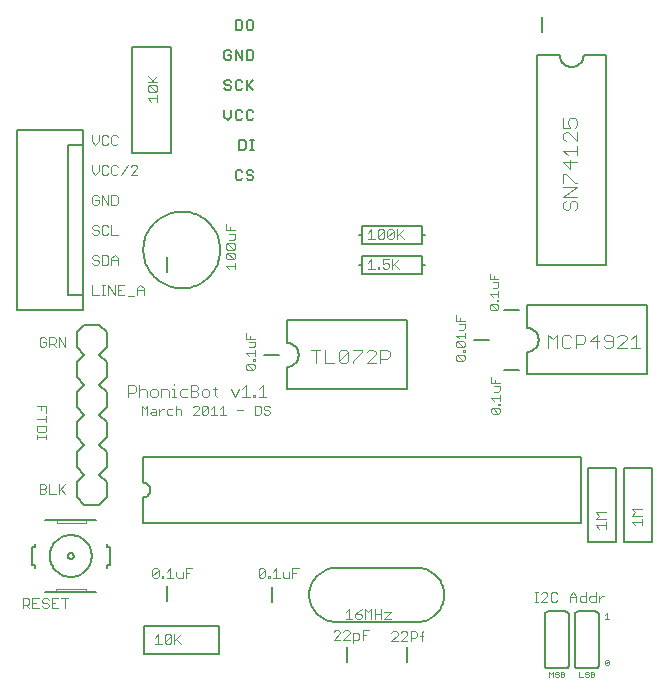
<source format=gto>
G75*
G70*
%OFA0B0*%
%FSLAX24Y24*%
%IPPOS*%
%LPD*%
%AMOC8*
5,1,8,0,0,1.08239X$1,22.5*
%
%ADD10C,0.0030*%
%ADD11C,0.0020*%
%ADD12C,0.0060*%
%ADD13C,0.0080*%
%ADD14C,0.0040*%
%ADD15C,0.0050*%
D10*
X001359Y003220D02*
X001359Y003540D01*
X001519Y003540D01*
X001572Y003487D01*
X001572Y003380D01*
X001519Y003327D01*
X001359Y003327D01*
X001466Y003327D02*
X001572Y003220D01*
X001681Y003220D02*
X001895Y003220D01*
X002003Y003273D02*
X002057Y003220D01*
X002163Y003220D01*
X002217Y003273D01*
X002217Y003327D01*
X002163Y003380D01*
X002057Y003380D01*
X002003Y003434D01*
X002003Y003487D01*
X002057Y003540D01*
X002163Y003540D01*
X002217Y003487D01*
X002326Y003540D02*
X002326Y003220D01*
X002539Y003220D01*
X002432Y003380D02*
X002326Y003380D01*
X002326Y003540D02*
X002539Y003540D01*
X002648Y003540D02*
X002861Y003540D01*
X002754Y003540D02*
X002754Y003220D01*
X001895Y003540D02*
X001681Y003540D01*
X001681Y003220D01*
X001681Y003380D02*
X001788Y003380D01*
X001920Y007020D02*
X002080Y007020D01*
X002134Y007073D01*
X002134Y007127D01*
X002080Y007180D01*
X001920Y007180D01*
X001920Y007020D02*
X001920Y007340D01*
X002080Y007340D01*
X002134Y007287D01*
X002134Y007234D01*
X002080Y007180D01*
X002242Y007340D02*
X002242Y007020D01*
X002456Y007020D01*
X002565Y007020D02*
X002565Y007340D01*
X002618Y007180D02*
X002778Y007020D01*
X002565Y007127D02*
X002778Y007340D01*
X002140Y008867D02*
X002140Y008973D01*
X002140Y008920D02*
X001820Y008920D01*
X001820Y008973D02*
X001820Y008867D01*
X001873Y009082D02*
X002087Y009082D01*
X002140Y009136D01*
X002140Y009296D01*
X001820Y009296D01*
X001820Y009136D01*
X001873Y009082D01*
X002140Y009404D02*
X002140Y009618D01*
X002140Y009511D02*
X001820Y009511D01*
X001980Y009833D02*
X001980Y009940D01*
X001820Y009940D02*
X002140Y009940D01*
X002140Y009727D01*
X002080Y011920D02*
X002134Y011973D01*
X002134Y012080D01*
X002027Y012080D01*
X001920Y011973D02*
X001973Y011920D01*
X002080Y011920D01*
X002242Y011920D02*
X002242Y012240D01*
X002402Y012240D01*
X002456Y012187D01*
X002456Y012080D01*
X002402Y012027D01*
X002242Y012027D01*
X002349Y012027D02*
X002456Y011920D01*
X002565Y011920D02*
X002565Y012240D01*
X002778Y011920D01*
X002778Y012240D01*
X002134Y012187D02*
X002080Y012240D01*
X001973Y012240D01*
X001920Y012187D01*
X001920Y011973D01*
X003670Y013670D02*
X003884Y013670D01*
X003992Y013670D02*
X004099Y013670D01*
X004046Y013670D02*
X004046Y013990D01*
X004099Y013990D02*
X003992Y013990D01*
X004207Y013990D02*
X004207Y013670D01*
X004421Y013670D02*
X004207Y013990D01*
X004421Y013990D02*
X004421Y013670D01*
X004529Y013670D02*
X004743Y013670D01*
X004852Y013617D02*
X005065Y013617D01*
X005174Y013670D02*
X005174Y013884D01*
X005281Y013990D01*
X005387Y013884D01*
X005387Y013670D01*
X005387Y013830D02*
X005174Y013830D01*
X004743Y013990D02*
X004529Y013990D01*
X004529Y013670D01*
X004529Y013830D02*
X004636Y013830D01*
X004528Y014670D02*
X004528Y014884D01*
X004421Y014990D01*
X004315Y014884D01*
X004315Y014670D01*
X004206Y014723D02*
X004206Y014937D01*
X004152Y014990D01*
X003992Y014990D01*
X003992Y014670D01*
X004152Y014670D01*
X004206Y014723D01*
X004315Y014830D02*
X004528Y014830D01*
X003884Y014777D02*
X003884Y014723D01*
X003830Y014670D01*
X003723Y014670D01*
X003670Y014723D01*
X003723Y014830D02*
X003830Y014830D01*
X003884Y014777D01*
X003884Y014937D02*
X003830Y014990D01*
X003723Y014990D01*
X003670Y014937D01*
X003670Y014884D01*
X003723Y014830D01*
X003723Y015670D02*
X003670Y015723D01*
X003723Y015670D02*
X003830Y015670D01*
X003884Y015723D01*
X003884Y015777D01*
X003830Y015830D01*
X003723Y015830D01*
X003670Y015884D01*
X003670Y015937D01*
X003723Y015990D01*
X003830Y015990D01*
X003884Y015937D01*
X003992Y015937D02*
X003992Y015723D01*
X004046Y015670D01*
X004152Y015670D01*
X004206Y015723D01*
X004315Y015670D02*
X004528Y015670D01*
X004315Y015670D02*
X004315Y015990D01*
X004206Y015937D02*
X004152Y015990D01*
X004046Y015990D01*
X003992Y015937D01*
X003992Y016670D02*
X003992Y016990D01*
X004206Y016670D01*
X004206Y016990D01*
X004315Y016990D02*
X004475Y016990D01*
X004528Y016937D01*
X004528Y016723D01*
X004475Y016670D01*
X004315Y016670D01*
X004315Y016990D01*
X003884Y016937D02*
X003830Y016990D01*
X003723Y016990D01*
X003670Y016937D01*
X003670Y016723D01*
X003723Y016670D01*
X003830Y016670D01*
X003884Y016723D01*
X003884Y016830D01*
X003777Y016830D01*
X003777Y017670D02*
X003884Y017777D01*
X003884Y017990D01*
X003992Y017937D02*
X003992Y017723D01*
X004046Y017670D01*
X004152Y017670D01*
X004206Y017723D01*
X004315Y017723D02*
X004368Y017670D01*
X004475Y017670D01*
X004528Y017723D01*
X004637Y017670D02*
X004850Y017990D01*
X004959Y017937D02*
X005012Y017990D01*
X005119Y017990D01*
X005173Y017937D01*
X005173Y017884D01*
X004959Y017670D01*
X005173Y017670D01*
X004528Y017937D02*
X004475Y017990D01*
X004368Y017990D01*
X004315Y017937D01*
X004315Y017723D01*
X004206Y017937D02*
X004152Y017990D01*
X004046Y017990D01*
X003992Y017937D01*
X003670Y017990D02*
X003670Y017777D01*
X003777Y017670D01*
X003777Y018670D02*
X003884Y018777D01*
X003884Y018990D01*
X003992Y018937D02*
X003992Y018723D01*
X004046Y018670D01*
X004152Y018670D01*
X004206Y018723D01*
X004315Y018723D02*
X004368Y018670D01*
X004475Y018670D01*
X004528Y018723D01*
X004315Y018723D02*
X004315Y018937D01*
X004368Y018990D01*
X004475Y018990D01*
X004528Y018937D01*
X004206Y018937D02*
X004152Y018990D01*
X004046Y018990D01*
X003992Y018937D01*
X003670Y018990D02*
X003670Y018777D01*
X003777Y018670D01*
X005520Y020210D02*
X005840Y020210D01*
X005840Y020103D02*
X005840Y020317D01*
X005787Y020426D02*
X005840Y020479D01*
X005840Y020586D01*
X005787Y020639D01*
X005573Y020639D01*
X005787Y020426D01*
X005573Y020426D01*
X005520Y020479D01*
X005520Y020586D01*
X005573Y020639D01*
X005520Y020748D02*
X005840Y020748D01*
X005733Y020748D02*
X005520Y020961D01*
X005680Y020801D02*
X005840Y020961D01*
X005520Y020210D02*
X005627Y020103D01*
X008120Y016023D02*
X008120Y015809D01*
X008440Y015809D01*
X008440Y015700D02*
X008227Y015700D01*
X008280Y015809D02*
X008280Y015916D01*
X008440Y015700D02*
X008440Y015540D01*
X008387Y015487D01*
X008227Y015487D01*
X008173Y015378D02*
X008387Y015165D01*
X008440Y015218D01*
X008440Y015325D01*
X008387Y015378D01*
X008173Y015378D01*
X008120Y015325D01*
X008120Y015218D01*
X008173Y015165D01*
X008387Y015165D01*
X008387Y015056D02*
X008440Y015002D01*
X008440Y014896D01*
X008387Y014842D01*
X008173Y015056D01*
X008387Y015056D01*
X008387Y014842D02*
X008173Y014842D01*
X008120Y014896D01*
X008120Y015002D01*
X008173Y015056D01*
X008440Y014734D02*
X008440Y014520D01*
X008440Y014627D02*
X008120Y014627D01*
X008227Y014520D01*
X008800Y012395D02*
X008800Y012201D01*
X009090Y012201D01*
X009090Y012100D02*
X008897Y012100D01*
X008945Y012201D02*
X008945Y012298D01*
X009090Y012100D02*
X009090Y011955D01*
X009042Y011907D01*
X008897Y011907D01*
X009090Y011806D02*
X009090Y011612D01*
X009090Y011709D02*
X008800Y011709D01*
X008897Y011612D01*
X009042Y011513D02*
X009090Y011513D01*
X009090Y011465D01*
X009042Y011465D01*
X009042Y011513D01*
X009042Y011364D02*
X008848Y011364D01*
X009042Y011170D01*
X009090Y011218D01*
X009090Y011315D01*
X009042Y011364D01*
X008848Y011364D02*
X008800Y011315D01*
X008800Y011218D01*
X008848Y011170D01*
X009042Y011170D01*
X008799Y010640D02*
X008799Y010270D01*
X008676Y010270D02*
X008923Y010270D01*
X009044Y010270D02*
X009106Y010270D01*
X009106Y010332D01*
X009044Y010332D01*
X009044Y010270D01*
X009228Y010270D02*
X009475Y010270D01*
X009352Y010270D02*
X009352Y010640D01*
X009228Y010517D01*
X008799Y010640D02*
X008676Y010517D01*
X008554Y010517D02*
X008431Y010270D01*
X008308Y010517D01*
X007817Y010517D02*
X007694Y010517D01*
X007755Y010579D02*
X007755Y010332D01*
X007817Y010270D01*
X007572Y010332D02*
X007572Y010455D01*
X007511Y010517D01*
X007387Y010517D01*
X007325Y010455D01*
X007325Y010332D01*
X007387Y010270D01*
X007511Y010270D01*
X007572Y010332D01*
X007479Y009960D02*
X007527Y009912D01*
X007334Y009718D01*
X007382Y009670D01*
X007479Y009670D01*
X007527Y009718D01*
X007527Y009912D01*
X007479Y009960D02*
X007382Y009960D01*
X007334Y009912D01*
X007334Y009718D01*
X007232Y009670D02*
X007039Y009670D01*
X007232Y009864D01*
X007232Y009912D01*
X007184Y009960D01*
X007087Y009960D01*
X007039Y009912D01*
X006957Y010270D02*
X007142Y010270D01*
X007204Y010332D01*
X007204Y010394D01*
X007142Y010455D01*
X006957Y010455D01*
X006836Y010517D02*
X006651Y010517D01*
X006589Y010455D01*
X006589Y010332D01*
X006651Y010270D01*
X006836Y010270D01*
X006957Y010270D02*
X006957Y010640D01*
X007142Y010640D01*
X007204Y010579D01*
X007204Y010517D01*
X007142Y010455D01*
X007725Y009960D02*
X007725Y009670D01*
X007628Y009670D02*
X007822Y009670D01*
X007923Y009670D02*
X008116Y009670D01*
X008020Y009670D02*
X008020Y009960D01*
X007923Y009864D01*
X007725Y009960D02*
X007628Y009864D01*
X008512Y009815D02*
X008706Y009815D01*
X009101Y009670D02*
X009246Y009670D01*
X009295Y009718D01*
X009295Y009912D01*
X009246Y009960D01*
X009101Y009960D01*
X009101Y009670D01*
X009396Y009718D02*
X009444Y009670D01*
X009541Y009670D01*
X009589Y009718D01*
X009589Y009767D01*
X009541Y009815D01*
X009444Y009815D01*
X009396Y009864D01*
X009396Y009912D01*
X009444Y009960D01*
X009541Y009960D01*
X009589Y009912D01*
X006643Y009815D02*
X006643Y009670D01*
X006643Y009815D02*
X006595Y009864D01*
X006498Y009864D01*
X006450Y009815D01*
X006348Y009864D02*
X006203Y009864D01*
X006155Y009815D01*
X006155Y009718D01*
X006203Y009670D01*
X006348Y009670D01*
X006450Y009670D02*
X006450Y009960D01*
X006467Y010270D02*
X006343Y010270D01*
X006405Y010270D02*
X006405Y010517D01*
X006343Y010517D01*
X006222Y010455D02*
X006222Y010270D01*
X006222Y010455D02*
X006160Y010517D01*
X005975Y010517D01*
X005975Y010270D01*
X005854Y010332D02*
X005854Y010455D01*
X005792Y010517D01*
X005668Y010517D01*
X005607Y010455D01*
X005607Y010332D01*
X005668Y010270D01*
X005792Y010270D01*
X005854Y010332D01*
X005909Y009864D02*
X005909Y009670D01*
X005909Y009767D02*
X006006Y009864D01*
X006055Y009864D01*
X005808Y009815D02*
X005808Y009670D01*
X005663Y009670D01*
X005615Y009718D01*
X005663Y009767D01*
X005808Y009767D01*
X005808Y009815D02*
X005760Y009864D01*
X005663Y009864D01*
X005514Y009960D02*
X005514Y009670D01*
X005320Y009670D02*
X005320Y009960D01*
X005417Y009864D01*
X005514Y009960D01*
X005485Y010270D02*
X005485Y010455D01*
X005424Y010517D01*
X005300Y010517D01*
X005238Y010455D01*
X005117Y010455D02*
X005055Y010394D01*
X004870Y010394D01*
X004870Y010270D02*
X004870Y010640D01*
X005055Y010640D01*
X005117Y010579D01*
X005117Y010455D01*
X005238Y010640D02*
X005238Y010270D01*
X006405Y010640D02*
X006405Y010702D01*
X003670Y013670D02*
X003670Y013990D01*
X005723Y004540D02*
X005830Y004540D01*
X005884Y004487D01*
X005670Y004273D01*
X005723Y004220D01*
X005830Y004220D01*
X005884Y004273D01*
X005884Y004487D01*
X005723Y004540D02*
X005670Y004487D01*
X005670Y004273D01*
X005992Y004273D02*
X006046Y004273D01*
X006046Y004220D01*
X005992Y004220D01*
X005992Y004273D01*
X006153Y004220D02*
X006367Y004220D01*
X006260Y004220D02*
X006260Y004540D01*
X006153Y004434D01*
X006476Y004434D02*
X006476Y004273D01*
X006529Y004220D01*
X006689Y004220D01*
X006689Y004434D01*
X006798Y004380D02*
X006905Y004380D01*
X006798Y004220D02*
X006798Y004540D01*
X007011Y004540D01*
X006628Y002340D02*
X006415Y002127D01*
X006468Y002180D02*
X006628Y002020D01*
X006415Y002020D02*
X006415Y002340D01*
X006306Y002287D02*
X006092Y002073D01*
X006146Y002020D01*
X006252Y002020D01*
X006306Y002073D01*
X006306Y002287D01*
X006252Y002340D01*
X006146Y002340D01*
X006092Y002287D01*
X006092Y002073D01*
X005984Y002020D02*
X005770Y002020D01*
X005877Y002020D02*
X005877Y002340D01*
X005770Y002234D01*
X009220Y004273D02*
X009434Y004487D01*
X009434Y004273D01*
X009380Y004220D01*
X009273Y004220D01*
X009220Y004273D01*
X009220Y004487D01*
X009273Y004540D01*
X009380Y004540D01*
X009434Y004487D01*
X009542Y004273D02*
X009596Y004273D01*
X009596Y004220D01*
X009542Y004220D01*
X009542Y004273D01*
X009703Y004220D02*
X009917Y004220D01*
X009810Y004220D02*
X009810Y004540D01*
X009703Y004434D01*
X010026Y004434D02*
X010026Y004273D01*
X010079Y004220D01*
X010239Y004220D01*
X010239Y004434D01*
X010348Y004380D02*
X010455Y004380D01*
X010348Y004220D02*
X010348Y004540D01*
X010561Y004540D01*
X012120Y003084D02*
X012227Y003190D01*
X012227Y002870D01*
X012120Y002870D02*
X012334Y002870D01*
X012442Y002923D02*
X012496Y002870D01*
X012602Y002870D01*
X012656Y002923D01*
X012656Y002977D01*
X012602Y003030D01*
X012442Y003030D01*
X012442Y002923D01*
X012442Y003030D02*
X012549Y003137D01*
X012656Y003190D01*
X012765Y003190D02*
X012871Y003084D01*
X012978Y003190D01*
X012978Y002870D01*
X013087Y002870D02*
X013087Y003190D01*
X013087Y003030D02*
X013300Y003030D01*
X013409Y003084D02*
X013623Y003084D01*
X013409Y002870D01*
X013623Y002870D01*
X013300Y002870D02*
X013300Y003190D01*
X012765Y003190D02*
X012765Y002870D01*
X012687Y002490D02*
X012900Y002490D01*
X012794Y002330D02*
X012687Y002330D01*
X012578Y002330D02*
X012525Y002384D01*
X012365Y002384D01*
X012365Y002063D01*
X012365Y002170D02*
X012525Y002170D01*
X012578Y002223D01*
X012578Y002330D01*
X012687Y002170D02*
X012687Y002490D01*
X012256Y002437D02*
X012202Y002490D01*
X012096Y002490D01*
X012042Y002437D01*
X011934Y002437D02*
X011880Y002490D01*
X011773Y002490D01*
X011720Y002437D01*
X011934Y002437D02*
X011934Y002384D01*
X011720Y002170D01*
X011934Y002170D01*
X012042Y002170D02*
X012256Y002384D01*
X012256Y002437D01*
X012256Y002170D02*
X012042Y002170D01*
X013638Y002120D02*
X013852Y002334D01*
X013852Y002387D01*
X013799Y002440D01*
X013692Y002440D01*
X013638Y002387D01*
X013638Y002120D02*
X013852Y002120D01*
X013961Y002120D02*
X014174Y002334D01*
X014174Y002387D01*
X014121Y002440D01*
X014014Y002440D01*
X013961Y002387D01*
X013961Y002120D02*
X014174Y002120D01*
X014283Y002120D02*
X014283Y002440D01*
X014443Y002440D01*
X014496Y002387D01*
X014496Y002280D01*
X014443Y002227D01*
X014283Y002227D01*
X014605Y002280D02*
X014712Y002280D01*
X014659Y002387D02*
X014659Y002120D01*
X014659Y002387D02*
X014712Y002440D01*
X018420Y003420D02*
X018527Y003420D01*
X018473Y003420D02*
X018473Y003740D01*
X018420Y003740D02*
X018527Y003740D01*
X018635Y003687D02*
X018688Y003740D01*
X018795Y003740D01*
X018848Y003687D01*
X018848Y003634D01*
X018635Y003420D01*
X018848Y003420D01*
X018957Y003473D02*
X019011Y003420D01*
X019117Y003420D01*
X019171Y003473D01*
X018957Y003473D02*
X018957Y003687D01*
X019011Y003740D01*
X019117Y003740D01*
X019171Y003687D01*
X019602Y003634D02*
X019602Y003420D01*
X019602Y003580D02*
X019815Y003580D01*
X019815Y003634D02*
X019815Y003420D01*
X019924Y003473D02*
X019924Y003580D01*
X019977Y003634D01*
X020137Y003634D01*
X020137Y003740D02*
X020137Y003420D01*
X019977Y003420D01*
X019924Y003473D01*
X019815Y003634D02*
X019708Y003740D01*
X019602Y003634D01*
X020246Y003580D02*
X020300Y003634D01*
X020460Y003634D01*
X020460Y003740D02*
X020460Y003420D01*
X020300Y003420D01*
X020246Y003473D01*
X020246Y003580D01*
X020568Y003527D02*
X020675Y003634D01*
X020729Y003634D01*
X020568Y003634D02*
X020568Y003420D01*
X020577Y005870D02*
X020470Y005977D01*
X020790Y005977D01*
X020790Y005870D02*
X020790Y006084D01*
X020790Y006192D02*
X020470Y006192D01*
X020577Y006299D01*
X020470Y006406D01*
X020790Y006406D01*
X021670Y006511D02*
X021777Y006405D01*
X021670Y006298D01*
X021990Y006298D01*
X021990Y006189D02*
X021990Y005976D01*
X021990Y006082D02*
X021670Y006082D01*
X021777Y005976D01*
X021670Y006511D02*
X021990Y006511D01*
X017260Y009743D02*
X017212Y009694D01*
X017018Y009888D01*
X017212Y009888D01*
X017260Y009839D01*
X017260Y009743D01*
X017212Y009694D02*
X017018Y009694D01*
X016970Y009743D01*
X016970Y009839D01*
X017018Y009888D01*
X017212Y009989D02*
X017212Y010037D01*
X017260Y010037D01*
X017260Y009989D01*
X017212Y009989D01*
X017260Y010136D02*
X017260Y010330D01*
X017260Y010233D02*
X016970Y010233D01*
X017067Y010136D01*
X017067Y010431D02*
X017212Y010431D01*
X017260Y010479D01*
X017260Y010624D01*
X017067Y010624D01*
X017115Y010725D02*
X017115Y010822D01*
X016970Y010725D02*
X016970Y010919D01*
X016970Y010725D02*
X017260Y010725D01*
X016090Y011518D02*
X016042Y011470D01*
X015848Y011664D01*
X016042Y011664D01*
X016090Y011615D01*
X016090Y011518D01*
X016042Y011470D02*
X015848Y011470D01*
X015800Y011518D01*
X015800Y011615D01*
X015848Y011664D01*
X016042Y011765D02*
X016042Y011813D01*
X016090Y011813D01*
X016090Y011765D01*
X016042Y011765D01*
X016042Y011912D02*
X015848Y012106D01*
X016042Y012106D01*
X016090Y012057D01*
X016090Y011960D01*
X016042Y011912D01*
X015848Y011912D01*
X015800Y011960D01*
X015800Y012057D01*
X015848Y012106D01*
X015897Y012207D02*
X015800Y012303D01*
X016090Y012303D01*
X016090Y012207D02*
X016090Y012400D01*
X016042Y012501D02*
X016090Y012550D01*
X016090Y012695D01*
X015897Y012695D01*
X015945Y012796D02*
X015945Y012893D01*
X015800Y012989D02*
X015800Y012796D01*
X016090Y012796D01*
X016042Y012501D02*
X015897Y012501D01*
X016920Y013193D02*
X016920Y013289D01*
X016968Y013338D01*
X017162Y013144D01*
X017210Y013193D01*
X017210Y013289D01*
X017162Y013338D01*
X016968Y013338D01*
X016920Y013193D02*
X016968Y013144D01*
X017162Y013144D01*
X017162Y013439D02*
X017162Y013487D01*
X017210Y013487D01*
X017210Y013439D01*
X017162Y013439D01*
X017210Y013586D02*
X017210Y013780D01*
X017210Y013683D02*
X016920Y013683D01*
X017017Y013586D01*
X017017Y013881D02*
X017162Y013881D01*
X017210Y013929D01*
X017210Y014074D01*
X017017Y014074D01*
X017065Y014175D02*
X017065Y014272D01*
X016920Y014175D02*
X016920Y014369D01*
X016920Y014175D02*
X017210Y014175D01*
X013889Y014520D02*
X013729Y014680D01*
X013676Y014627D02*
X013889Y014840D01*
X013676Y014840D02*
X013676Y014520D01*
X013567Y014573D02*
X013514Y014520D01*
X013407Y014520D01*
X013353Y014573D01*
X013353Y014680D02*
X013460Y014734D01*
X013514Y014734D01*
X013567Y014680D01*
X013567Y014573D01*
X013353Y014680D02*
X013353Y014840D01*
X013567Y014840D01*
X013246Y014573D02*
X013246Y014520D01*
X013192Y014520D01*
X013192Y014573D01*
X013246Y014573D01*
X013084Y014520D02*
X012870Y014520D01*
X012977Y014520D02*
X012977Y014840D01*
X012870Y014734D01*
X012870Y015520D02*
X013084Y015520D01*
X012977Y015520D02*
X012977Y015840D01*
X012870Y015734D01*
X013192Y015787D02*
X013246Y015840D01*
X013352Y015840D01*
X013406Y015787D01*
X013192Y015573D01*
X013246Y015520D01*
X013352Y015520D01*
X013406Y015573D01*
X013406Y015787D01*
X013515Y015787D02*
X013568Y015840D01*
X013675Y015840D01*
X013728Y015787D01*
X013515Y015573D01*
X013568Y015520D01*
X013675Y015520D01*
X013728Y015573D01*
X013728Y015787D01*
X013837Y015840D02*
X013837Y015520D01*
X013837Y015627D02*
X014050Y015840D01*
X013890Y015680D02*
X014050Y015520D01*
X013515Y015573D02*
X013515Y015787D01*
X013192Y015787D02*
X013192Y015573D01*
D11*
X003455Y006155D02*
X003455Y006055D01*
X002505Y006055D01*
X002505Y006155D01*
X002455Y003855D02*
X002455Y003755D01*
X002455Y003855D02*
X003455Y003855D01*
X003455Y003755D01*
X018915Y001095D02*
X018915Y000915D01*
X019035Y000915D02*
X019035Y001095D01*
X018975Y001035D01*
X018915Y001095D01*
X019099Y001065D02*
X019099Y001035D01*
X019129Y001005D01*
X019189Y001005D01*
X019219Y000975D01*
X019219Y000945D01*
X019189Y000915D01*
X019129Y000915D01*
X019099Y000945D01*
X019099Y001065D02*
X019129Y001095D01*
X019189Y001095D01*
X019219Y001065D01*
X019283Y001095D02*
X019373Y001095D01*
X019403Y001065D01*
X019403Y001035D01*
X019373Y001005D01*
X019283Y001005D01*
X019283Y000915D02*
X019373Y000915D01*
X019403Y000945D01*
X019403Y000975D01*
X019373Y001005D01*
X019283Y000915D02*
X019283Y001095D01*
X019915Y001095D02*
X019915Y000915D01*
X020035Y000915D01*
X020099Y000945D02*
X020129Y000915D01*
X020189Y000915D01*
X020219Y000945D01*
X020219Y000975D01*
X020189Y001005D01*
X020129Y001005D01*
X020099Y001035D01*
X020099Y001065D01*
X020129Y001095D01*
X020189Y001095D01*
X020219Y001065D01*
X020283Y001095D02*
X020373Y001095D01*
X020403Y001065D01*
X020403Y001035D01*
X020373Y001005D01*
X020283Y001005D01*
X020283Y000915D02*
X020373Y000915D01*
X020403Y000945D01*
X020403Y000975D01*
X020373Y001005D01*
X020283Y000915D02*
X020283Y001095D01*
X020765Y001345D02*
X020885Y001465D01*
X020885Y001345D01*
X020855Y001315D01*
X020795Y001315D01*
X020765Y001345D01*
X020765Y001465D01*
X020795Y001495D01*
X020855Y001495D01*
X020885Y001465D01*
X020885Y002865D02*
X020765Y002865D01*
X020825Y002865D02*
X020825Y003045D01*
X020765Y002985D01*
D12*
X020555Y003005D02*
X020555Y001305D01*
X020553Y001288D01*
X020549Y001271D01*
X020542Y001255D01*
X020532Y001241D01*
X020519Y001228D01*
X020505Y001218D01*
X020489Y001211D01*
X020472Y001207D01*
X020455Y001205D01*
X019855Y001205D01*
X019838Y001207D01*
X019821Y001211D01*
X019805Y001218D01*
X019791Y001228D01*
X019778Y001241D01*
X019768Y001255D01*
X019761Y001271D01*
X019757Y001288D01*
X019755Y001305D01*
X019755Y003005D01*
X019757Y003022D01*
X019761Y003039D01*
X019768Y003055D01*
X019778Y003069D01*
X019791Y003082D01*
X019805Y003092D01*
X019821Y003099D01*
X019838Y003103D01*
X019855Y003105D01*
X020455Y003105D01*
X020472Y003103D01*
X020489Y003099D01*
X020505Y003092D01*
X020519Y003082D01*
X020532Y003069D01*
X020542Y003055D01*
X020549Y003039D01*
X020553Y003022D01*
X020555Y003005D01*
X019555Y003005D02*
X019555Y001305D01*
X019553Y001288D01*
X019549Y001271D01*
X019542Y001255D01*
X019532Y001241D01*
X019519Y001228D01*
X019505Y001218D01*
X019489Y001211D01*
X019472Y001207D01*
X019455Y001205D01*
X018855Y001205D01*
X018838Y001207D01*
X018821Y001211D01*
X018805Y001218D01*
X018791Y001228D01*
X018778Y001241D01*
X018768Y001255D01*
X018761Y001271D01*
X018757Y001288D01*
X018755Y001305D01*
X018755Y003005D01*
X018757Y003022D01*
X018761Y003039D01*
X018768Y003055D01*
X018778Y003069D01*
X018791Y003082D01*
X018805Y003092D01*
X018821Y003099D01*
X018838Y003103D01*
X018855Y003105D01*
X019455Y003105D01*
X019472Y003103D01*
X019489Y003099D01*
X019505Y003092D01*
X019519Y003082D01*
X019532Y003069D01*
X019542Y003055D01*
X019549Y003039D01*
X019553Y003022D01*
X019555Y003005D01*
X019955Y006055D02*
X019955Y008255D01*
X005355Y008255D01*
X005355Y007405D01*
X005385Y007403D01*
X005415Y007398D01*
X005444Y007389D01*
X005471Y007376D01*
X005497Y007361D01*
X005521Y007342D01*
X005542Y007321D01*
X005561Y007297D01*
X005576Y007271D01*
X005589Y007244D01*
X005598Y007215D01*
X005603Y007185D01*
X005605Y007155D01*
X005603Y007125D01*
X005598Y007095D01*
X005589Y007066D01*
X005576Y007039D01*
X005561Y007013D01*
X005542Y006989D01*
X005521Y006968D01*
X005497Y006949D01*
X005471Y006934D01*
X005444Y006921D01*
X005415Y006912D01*
X005385Y006907D01*
X005355Y006905D01*
X005355Y006055D01*
X019955Y006055D01*
X018155Y011005D02*
X018155Y011755D01*
X018194Y011757D01*
X018233Y011763D01*
X018271Y011772D01*
X018308Y011785D01*
X018344Y011802D01*
X018377Y011822D01*
X018409Y011846D01*
X018438Y011872D01*
X018464Y011901D01*
X018488Y011933D01*
X018508Y011966D01*
X018525Y012002D01*
X018538Y012039D01*
X018547Y012077D01*
X018553Y012116D01*
X018555Y012155D01*
X018553Y012194D01*
X018547Y012233D01*
X018538Y012271D01*
X018525Y012308D01*
X018508Y012344D01*
X018488Y012377D01*
X018464Y012409D01*
X018438Y012438D01*
X018409Y012464D01*
X018377Y012488D01*
X018344Y012508D01*
X018308Y012525D01*
X018271Y012538D01*
X018233Y012547D01*
X018194Y012553D01*
X018155Y012555D01*
X018155Y013305D01*
X022155Y013305D01*
X022155Y011005D01*
X018155Y011005D01*
X018505Y014655D02*
X020805Y014655D01*
X020805Y021655D01*
X020055Y021655D01*
X020053Y021616D01*
X020047Y021577D01*
X020038Y021539D01*
X020025Y021502D01*
X020008Y021466D01*
X019988Y021433D01*
X019964Y021401D01*
X019938Y021372D01*
X019909Y021346D01*
X019877Y021322D01*
X019844Y021302D01*
X019808Y021285D01*
X019771Y021272D01*
X019733Y021263D01*
X019694Y021257D01*
X019655Y021255D01*
X019616Y021257D01*
X019577Y021263D01*
X019539Y021272D01*
X019502Y021285D01*
X019466Y021302D01*
X019433Y021322D01*
X019401Y021346D01*
X019372Y021372D01*
X019346Y021401D01*
X019322Y021433D01*
X019302Y021466D01*
X019285Y021502D01*
X019272Y021539D01*
X019263Y021577D01*
X019257Y021616D01*
X019255Y021655D01*
X018505Y021655D01*
X018505Y014655D01*
X014155Y012805D02*
X014155Y010505D01*
X010155Y010505D01*
X010155Y011255D01*
X010194Y011257D01*
X010233Y011263D01*
X010271Y011272D01*
X010308Y011285D01*
X010344Y011302D01*
X010377Y011322D01*
X010409Y011346D01*
X010438Y011372D01*
X010464Y011401D01*
X010488Y011433D01*
X010508Y011466D01*
X010525Y011502D01*
X010538Y011539D01*
X010547Y011577D01*
X010553Y011616D01*
X010555Y011655D01*
X010553Y011694D01*
X010547Y011733D01*
X010538Y011771D01*
X010525Y011808D01*
X010508Y011844D01*
X010488Y011877D01*
X010464Y011909D01*
X010438Y011938D01*
X010409Y011964D01*
X010377Y011988D01*
X010344Y012008D01*
X010308Y012025D01*
X010271Y012038D01*
X010233Y012047D01*
X010194Y012053D01*
X010155Y012055D01*
X010155Y012805D01*
X014155Y012805D01*
X009044Y017542D02*
X008987Y017485D01*
X008874Y017485D01*
X008817Y017542D01*
X008874Y017655D02*
X008987Y017655D01*
X009044Y017599D01*
X009044Y017542D01*
X008874Y017655D02*
X008817Y017712D01*
X008817Y017769D01*
X008874Y017825D01*
X008987Y017825D01*
X009044Y017769D01*
X008675Y017769D02*
X008619Y017825D01*
X008505Y017825D01*
X008449Y017769D01*
X008449Y017542D01*
X008505Y017485D01*
X008619Y017485D01*
X008675Y017542D01*
X008741Y018485D02*
X008798Y018542D01*
X008798Y018769D01*
X008741Y018825D01*
X008571Y018825D01*
X008571Y018485D01*
X008741Y018485D01*
X008940Y018485D02*
X009053Y018485D01*
X008996Y018485D02*
X008996Y018825D01*
X008940Y018825D02*
X009053Y018825D01*
X008987Y019485D02*
X009044Y019542D01*
X008987Y019485D02*
X008874Y019485D01*
X008817Y019542D01*
X008817Y019769D01*
X008874Y019825D01*
X008987Y019825D01*
X009044Y019769D01*
X008675Y019769D02*
X008619Y019825D01*
X008505Y019825D01*
X008449Y019769D01*
X008449Y019542D01*
X008505Y019485D01*
X008619Y019485D01*
X008675Y019542D01*
X008307Y019599D02*
X008307Y019825D01*
X008307Y019599D02*
X008194Y019485D01*
X008080Y019599D01*
X008080Y019825D01*
X008137Y020485D02*
X008080Y020542D01*
X008137Y020485D02*
X008250Y020485D01*
X008307Y020542D01*
X008307Y020599D01*
X008250Y020655D01*
X008137Y020655D01*
X008080Y020712D01*
X008080Y020769D01*
X008137Y020825D01*
X008250Y020825D01*
X008307Y020769D01*
X008449Y020769D02*
X008449Y020542D01*
X008505Y020485D01*
X008619Y020485D01*
X008675Y020542D01*
X008817Y020599D02*
X009044Y020825D01*
X008817Y020825D02*
X008817Y020485D01*
X008874Y020655D02*
X009044Y020485D01*
X008675Y020769D02*
X008619Y020825D01*
X008505Y020825D01*
X008449Y020769D01*
X008449Y021485D02*
X008449Y021825D01*
X008675Y021485D01*
X008675Y021825D01*
X008817Y021825D02*
X008987Y021825D01*
X009044Y021769D01*
X009044Y021542D01*
X008987Y021485D01*
X008817Y021485D01*
X008817Y021825D01*
X008307Y021769D02*
X008250Y021825D01*
X008137Y021825D01*
X008080Y021769D01*
X008080Y021542D01*
X008137Y021485D01*
X008250Y021485D01*
X008307Y021542D01*
X008307Y021655D01*
X008194Y021655D01*
X008449Y022485D02*
X008619Y022485D01*
X008675Y022542D01*
X008675Y022769D01*
X008619Y022825D01*
X008449Y022825D01*
X008449Y022485D01*
X008817Y022542D02*
X008874Y022485D01*
X008987Y022485D01*
X009044Y022542D01*
X009044Y022769D01*
X008987Y022825D01*
X008874Y022825D01*
X008817Y022769D01*
X008817Y022542D01*
X003805Y006155D02*
X003455Y006155D01*
X002505Y006155D01*
X002105Y006155D01*
X001755Y005355D02*
X001755Y005255D01*
X001655Y005255D01*
X001655Y004655D01*
X001755Y004655D01*
X001755Y004555D01*
X002105Y003755D02*
X002455Y003755D01*
X003455Y003755D01*
X003805Y003755D01*
X004155Y004555D02*
X004155Y004655D01*
X004255Y004655D01*
X004255Y005255D01*
X004155Y005255D01*
X004155Y005355D01*
X002855Y004955D02*
X002857Y004975D01*
X002863Y004993D01*
X002872Y005011D01*
X002884Y005026D01*
X002899Y005038D01*
X002917Y005047D01*
X002935Y005053D01*
X002955Y005055D01*
X002975Y005053D01*
X002993Y005047D01*
X003011Y005038D01*
X003026Y005026D01*
X003038Y005011D01*
X003047Y004993D01*
X003053Y004975D01*
X003055Y004955D01*
X003053Y004935D01*
X003047Y004917D01*
X003038Y004899D01*
X003026Y004884D01*
X003011Y004872D01*
X002993Y004863D01*
X002975Y004857D01*
X002955Y004855D01*
X002935Y004857D01*
X002917Y004863D01*
X002899Y004872D01*
X002884Y004884D01*
X002872Y004899D01*
X002863Y004917D01*
X002857Y004935D01*
X002855Y004955D01*
X002255Y004955D02*
X002257Y005007D01*
X002263Y005059D01*
X002273Y005111D01*
X002286Y005161D01*
X002303Y005211D01*
X002324Y005259D01*
X002349Y005305D01*
X002377Y005349D01*
X002408Y005391D01*
X002442Y005431D01*
X002479Y005468D01*
X002519Y005502D01*
X002561Y005533D01*
X002605Y005561D01*
X002651Y005586D01*
X002699Y005607D01*
X002749Y005624D01*
X002799Y005637D01*
X002851Y005647D01*
X002903Y005653D01*
X002955Y005655D01*
X003007Y005653D01*
X003059Y005647D01*
X003111Y005637D01*
X003161Y005624D01*
X003211Y005607D01*
X003259Y005586D01*
X003305Y005561D01*
X003349Y005533D01*
X003391Y005502D01*
X003431Y005468D01*
X003468Y005431D01*
X003502Y005391D01*
X003533Y005349D01*
X003561Y005305D01*
X003586Y005259D01*
X003607Y005211D01*
X003624Y005161D01*
X003637Y005111D01*
X003647Y005059D01*
X003653Y005007D01*
X003655Y004955D01*
X003653Y004903D01*
X003647Y004851D01*
X003637Y004799D01*
X003624Y004749D01*
X003607Y004699D01*
X003586Y004651D01*
X003561Y004605D01*
X003533Y004561D01*
X003502Y004519D01*
X003468Y004479D01*
X003431Y004442D01*
X003391Y004408D01*
X003349Y004377D01*
X003305Y004349D01*
X003259Y004324D01*
X003211Y004303D01*
X003161Y004286D01*
X003111Y004273D01*
X003059Y004263D01*
X003007Y004257D01*
X002955Y004255D01*
X002903Y004257D01*
X002851Y004263D01*
X002799Y004273D01*
X002749Y004286D01*
X002699Y004303D01*
X002651Y004324D01*
X002605Y004349D01*
X002561Y004377D01*
X002519Y004408D01*
X002479Y004442D01*
X002442Y004479D01*
X002408Y004519D01*
X002377Y004561D01*
X002349Y004605D01*
X002324Y004651D01*
X002303Y004699D01*
X002286Y004749D01*
X002273Y004799D01*
X002263Y004851D01*
X002257Y004903D01*
X002255Y004955D01*
D13*
X003405Y006655D02*
X003905Y006655D01*
X004155Y006905D01*
X004155Y007405D01*
X003905Y007655D01*
X004155Y007905D01*
X004155Y008405D01*
X003905Y008655D01*
X004155Y008905D01*
X004155Y009405D01*
X003905Y009655D01*
X004155Y009905D01*
X004155Y010405D01*
X003905Y010655D01*
X004155Y010905D01*
X004155Y011405D01*
X003905Y011655D01*
X004155Y011905D01*
X004155Y012405D01*
X003905Y012655D01*
X003405Y012655D01*
X003155Y012405D01*
X003155Y011905D01*
X003405Y011655D01*
X003155Y011405D01*
X003155Y010905D01*
X003405Y010655D01*
X003155Y010405D01*
X003155Y009905D01*
X003405Y009655D01*
X003155Y009405D01*
X003155Y008905D01*
X003405Y008655D01*
X003155Y008405D01*
X003155Y007905D01*
X003405Y007655D01*
X003155Y007405D01*
X003155Y006905D01*
X003405Y006655D01*
X006155Y003955D02*
X006155Y003455D01*
X005415Y002628D02*
X007895Y002628D01*
X007895Y001683D01*
X005415Y001683D01*
X005415Y002628D01*
X009655Y003405D02*
X009655Y003905D01*
X011805Y004555D02*
X011746Y004553D01*
X011688Y004547D01*
X011629Y004538D01*
X011572Y004524D01*
X011516Y004507D01*
X011461Y004486D01*
X011407Y004462D01*
X011355Y004434D01*
X011305Y004403D01*
X011257Y004369D01*
X011212Y004332D01*
X011169Y004291D01*
X011128Y004248D01*
X011091Y004203D01*
X011057Y004155D01*
X011026Y004105D01*
X010998Y004053D01*
X010974Y003999D01*
X010953Y003944D01*
X010936Y003888D01*
X010922Y003831D01*
X010913Y003772D01*
X010907Y003714D01*
X010905Y003655D01*
X010907Y003596D01*
X010913Y003538D01*
X010922Y003479D01*
X010936Y003422D01*
X010953Y003366D01*
X010974Y003311D01*
X010998Y003257D01*
X011026Y003205D01*
X011057Y003155D01*
X011091Y003107D01*
X011128Y003062D01*
X011169Y003019D01*
X011212Y002978D01*
X011257Y002941D01*
X011305Y002907D01*
X011355Y002876D01*
X011407Y002848D01*
X011461Y002824D01*
X011516Y002803D01*
X011572Y002786D01*
X011629Y002772D01*
X011688Y002763D01*
X011746Y002757D01*
X011805Y002755D01*
X014505Y002755D01*
X014155Y001905D02*
X014155Y001405D01*
X012155Y001405D02*
X012155Y001905D01*
X014505Y002755D02*
X014564Y002757D01*
X014622Y002763D01*
X014681Y002772D01*
X014738Y002786D01*
X014794Y002803D01*
X014849Y002824D01*
X014903Y002848D01*
X014955Y002876D01*
X015005Y002907D01*
X015053Y002941D01*
X015098Y002978D01*
X015141Y003019D01*
X015182Y003062D01*
X015219Y003107D01*
X015253Y003155D01*
X015284Y003205D01*
X015312Y003257D01*
X015336Y003311D01*
X015357Y003366D01*
X015374Y003422D01*
X015388Y003479D01*
X015397Y003538D01*
X015403Y003596D01*
X015405Y003655D01*
X015403Y003714D01*
X015397Y003772D01*
X015388Y003831D01*
X015374Y003888D01*
X015357Y003944D01*
X015336Y003999D01*
X015312Y004053D01*
X015284Y004105D01*
X015253Y004155D01*
X015219Y004203D01*
X015182Y004248D01*
X015141Y004291D01*
X015098Y004332D01*
X015053Y004369D01*
X015005Y004403D01*
X014955Y004434D01*
X014903Y004462D01*
X014849Y004486D01*
X014794Y004507D01*
X014738Y004524D01*
X014681Y004538D01*
X014622Y004547D01*
X014564Y004553D01*
X014505Y004555D01*
X011805Y004555D01*
X017405Y011155D02*
X017905Y011155D01*
X016905Y012155D02*
X016405Y012155D01*
X017405Y013155D02*
X017905Y013155D01*
X014655Y014355D02*
X012655Y014355D01*
X012655Y014655D01*
X012555Y014655D01*
X012655Y014655D02*
X012655Y014955D01*
X014655Y014955D01*
X014655Y014655D01*
X014755Y014655D01*
X014655Y014655D02*
X014655Y014355D01*
X014655Y015355D02*
X012655Y015355D01*
X012655Y015655D01*
X012555Y015655D01*
X012655Y015655D02*
X012655Y015955D01*
X014655Y015955D01*
X014655Y015655D01*
X014755Y015655D01*
X014655Y015655D02*
X014655Y015355D01*
X009905Y011655D02*
X009405Y011655D01*
X006155Y014405D02*
X006155Y014905D01*
X005375Y015155D02*
X005377Y015226D01*
X005383Y015297D01*
X005393Y015368D01*
X005407Y015437D01*
X005424Y015506D01*
X005446Y015574D01*
X005471Y015641D01*
X005500Y015706D01*
X005532Y015769D01*
X005568Y015831D01*
X005607Y015890D01*
X005650Y015947D01*
X005695Y016002D01*
X005744Y016054D01*
X005795Y016103D01*
X005849Y016149D01*
X005906Y016193D01*
X005964Y016233D01*
X006025Y016269D01*
X006088Y016303D01*
X006153Y016332D01*
X006219Y016358D01*
X006287Y016381D01*
X006355Y016399D01*
X006425Y016414D01*
X006495Y016425D01*
X006566Y016432D01*
X006637Y016435D01*
X006708Y016434D01*
X006779Y016429D01*
X006850Y016420D01*
X006920Y016407D01*
X006989Y016391D01*
X007057Y016370D01*
X007124Y016346D01*
X007190Y016318D01*
X007253Y016286D01*
X007315Y016251D01*
X007375Y016213D01*
X007433Y016171D01*
X007488Y016127D01*
X007541Y016079D01*
X007591Y016028D01*
X007638Y015975D01*
X007682Y015919D01*
X007723Y015861D01*
X007761Y015800D01*
X007795Y015738D01*
X007825Y015673D01*
X007852Y015608D01*
X007876Y015540D01*
X007895Y015472D01*
X007911Y015403D01*
X007923Y015332D01*
X007931Y015262D01*
X007935Y015191D01*
X007935Y015119D01*
X007931Y015048D01*
X007923Y014978D01*
X007911Y014907D01*
X007895Y014838D01*
X007876Y014770D01*
X007852Y014702D01*
X007825Y014637D01*
X007795Y014572D01*
X007761Y014510D01*
X007723Y014449D01*
X007682Y014391D01*
X007638Y014335D01*
X007591Y014282D01*
X007541Y014231D01*
X007488Y014183D01*
X007433Y014139D01*
X007375Y014097D01*
X007315Y014059D01*
X007253Y014024D01*
X007190Y013992D01*
X007124Y013964D01*
X007057Y013940D01*
X006989Y013919D01*
X006920Y013903D01*
X006850Y013890D01*
X006779Y013881D01*
X006708Y013876D01*
X006637Y013875D01*
X006566Y013878D01*
X006495Y013885D01*
X006425Y013896D01*
X006355Y013911D01*
X006287Y013929D01*
X006219Y013952D01*
X006153Y013978D01*
X006088Y014007D01*
X006025Y014041D01*
X005964Y014077D01*
X005906Y014117D01*
X005849Y014161D01*
X005795Y014207D01*
X005744Y014256D01*
X005695Y014308D01*
X005650Y014363D01*
X005607Y014420D01*
X005568Y014479D01*
X005532Y014541D01*
X005500Y014604D01*
X005471Y014669D01*
X005446Y014736D01*
X005424Y014804D01*
X005407Y014873D01*
X005393Y014942D01*
X005383Y015013D01*
X005377Y015084D01*
X005375Y015155D01*
X005006Y018383D02*
X005006Y021927D01*
X006305Y021927D01*
X006305Y018383D01*
X005006Y018383D01*
X018655Y022405D02*
X018655Y022905D01*
X020183Y007895D02*
X021128Y007895D01*
X021128Y005415D01*
X020183Y005415D01*
X020183Y007895D01*
X021383Y007895D02*
X021383Y005415D01*
X022328Y005415D01*
X022328Y007895D01*
X021383Y007895D01*
D14*
X021484Y011875D02*
X021177Y011875D01*
X021484Y012182D01*
X021484Y012259D01*
X021407Y012335D01*
X021254Y012335D01*
X021177Y012259D01*
X021023Y012259D02*
X021023Y011952D01*
X020947Y011875D01*
X020793Y011875D01*
X020717Y011952D01*
X020793Y012105D02*
X021023Y012105D01*
X021023Y012259D02*
X020947Y012335D01*
X020793Y012335D01*
X020717Y012259D01*
X020717Y012182D01*
X020793Y012105D01*
X020563Y012105D02*
X020256Y012105D01*
X020486Y012335D01*
X020486Y011875D01*
X020103Y012105D02*
X020103Y012259D01*
X020026Y012335D01*
X019796Y012335D01*
X019796Y011875D01*
X019796Y012029D02*
X020026Y012029D01*
X020103Y012105D01*
X019642Y011952D02*
X019566Y011875D01*
X019412Y011875D01*
X019335Y011952D01*
X019335Y012259D01*
X019412Y012335D01*
X019566Y012335D01*
X019642Y012259D01*
X019182Y012335D02*
X019182Y011875D01*
X018875Y011875D02*
X018875Y012335D01*
X019029Y012182D01*
X019182Y012335D01*
X021637Y012182D02*
X021791Y012335D01*
X021791Y011875D01*
X021944Y011875D02*
X021637Y011875D01*
X019758Y016475D02*
X019835Y016552D01*
X019835Y016705D01*
X019758Y016782D01*
X019682Y016782D01*
X019605Y016705D01*
X019605Y016552D01*
X019528Y016475D01*
X019452Y016475D01*
X019375Y016552D01*
X019375Y016705D01*
X019452Y016782D01*
X019375Y016935D02*
X019835Y017242D01*
X019375Y017242D01*
X019375Y017396D02*
X019375Y017703D01*
X019452Y017703D01*
X019758Y017396D01*
X019835Y017396D01*
X019605Y017856D02*
X019605Y018163D01*
X019528Y018316D02*
X019375Y018470D01*
X019835Y018470D01*
X019835Y018623D02*
X019835Y018316D01*
X019835Y018086D02*
X019375Y018086D01*
X019605Y017856D01*
X019835Y016935D02*
X019375Y016935D01*
X019452Y018777D02*
X019375Y018854D01*
X019375Y019007D01*
X019452Y019084D01*
X019528Y019084D01*
X019835Y018777D01*
X019835Y019084D01*
X019758Y019237D02*
X019835Y019314D01*
X019835Y019467D01*
X019758Y019544D01*
X019605Y019544D01*
X019528Y019467D01*
X019528Y019391D01*
X019605Y019237D01*
X019375Y019237D01*
X019375Y019544D01*
X013507Y011835D02*
X013277Y011835D01*
X013277Y011375D01*
X013277Y011529D02*
X013507Y011529D01*
X013584Y011605D01*
X013584Y011759D01*
X013507Y011835D01*
X013123Y011759D02*
X013047Y011835D01*
X012893Y011835D01*
X012817Y011759D01*
X012663Y011759D02*
X012356Y011452D01*
X012356Y011375D01*
X012203Y011452D02*
X012126Y011375D01*
X011973Y011375D01*
X011896Y011452D01*
X012203Y011759D01*
X012203Y011452D01*
X012203Y011759D02*
X012126Y011835D01*
X011973Y011835D01*
X011896Y011759D01*
X011896Y011452D01*
X011742Y011375D02*
X011435Y011375D01*
X011435Y011835D01*
X011282Y011835D02*
X010975Y011835D01*
X011129Y011835D02*
X011129Y011375D01*
X012356Y011835D02*
X012663Y011835D01*
X012663Y011759D01*
X012817Y011375D02*
X013123Y011682D01*
X013123Y011759D01*
X013123Y011375D02*
X012817Y011375D01*
D15*
X003355Y013155D02*
X003355Y013655D01*
X002855Y013655D01*
X002855Y018655D01*
X003355Y018655D01*
X003355Y013655D01*
X003355Y013155D02*
X001155Y013155D01*
X001155Y019155D01*
X003355Y019155D01*
X003355Y018655D01*
M02*

</source>
